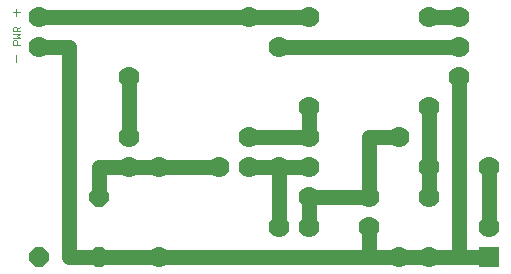
<source format=gbl>
G75*
%MOIN*%
%OFA0B0*%
%FSLAX25Y25*%
%IPPOS*%
%LPD*%
%AMOC8*
5,1,8,0,0,1.08239X$1,22.5*
%
%ADD10C,0.07000*%
%ADD11OC8,0.06496*%
%ADD12R,0.07000X0.07000*%
%ADD13C,0.00300*%
%ADD14C,0.00200*%
%ADD15C,0.05000*%
D10*
X0052260Y0011000D03*
X0092260Y0021000D03*
X0102260Y0021000D03*
X0102260Y0031000D03*
X0102260Y0041000D03*
X0092260Y0041000D03*
X0082260Y0041000D03*
X0072260Y0041000D03*
X0082260Y0051000D03*
X0102260Y0051000D03*
X0102260Y0061000D03*
X0132260Y0051000D03*
X0142260Y0061000D03*
X0152260Y0071000D03*
X0152260Y0081000D03*
X0152260Y0091000D03*
X0142260Y0091000D03*
X0102260Y0091000D03*
X0092260Y0081000D03*
X0082260Y0091000D03*
X0042260Y0071000D03*
X0012260Y0081000D03*
X0012260Y0091000D03*
X0042260Y0051000D03*
X0042260Y0041000D03*
X0052260Y0041000D03*
X0122260Y0031000D03*
X0122260Y0021000D03*
X0132260Y0011000D03*
X0142260Y0011000D03*
X0162260Y0021000D03*
X0142260Y0031000D03*
X0142260Y0041000D03*
X0162260Y0041000D03*
D11*
X0012260Y0011000D03*
X0032260Y0011000D03*
X0032260Y0031000D03*
D12*
X0162260Y0011000D03*
D13*
X0005993Y0092543D02*
X0003524Y0092543D01*
X0004758Y0091308D02*
X0004758Y0093777D01*
X0004758Y0078277D02*
X0004758Y0075808D01*
D14*
X0005126Y0081785D02*
X0005126Y0082886D01*
X0004759Y0083253D01*
X0004025Y0083253D01*
X0003658Y0082886D01*
X0003658Y0081785D01*
X0005860Y0081785D01*
X0005860Y0083995D02*
X0003658Y0083995D01*
X0003658Y0085463D02*
X0005860Y0085463D01*
X0005126Y0084729D01*
X0005860Y0083995D01*
X0005860Y0086205D02*
X0003658Y0086205D01*
X0003658Y0087306D01*
X0004025Y0087673D01*
X0004759Y0087673D01*
X0005126Y0087306D01*
X0005126Y0086205D01*
X0005126Y0086939D02*
X0005860Y0087673D01*
D15*
X0012260Y0091000D02*
X0082260Y0091000D01*
X0102260Y0091000D01*
X0092260Y0081000D02*
X0152260Y0081000D01*
X0152260Y0091000D02*
X0142260Y0091000D01*
X0152260Y0071000D02*
X0152260Y0011000D01*
X0162260Y0011000D01*
X0152260Y0011000D02*
X0142260Y0011000D01*
X0132260Y0011000D01*
X0122260Y0011000D01*
X0122260Y0021000D01*
X0122260Y0031000D02*
X0102260Y0031000D01*
X0102260Y0021000D01*
X0092260Y0021000D02*
X0092260Y0041000D01*
X0102260Y0041000D01*
X0092260Y0041000D02*
X0082260Y0041000D01*
X0072260Y0041000D02*
X0052260Y0041000D01*
X0042260Y0041000D01*
X0032260Y0041000D01*
X0032260Y0031000D01*
X0032260Y0011000D02*
X0022260Y0011000D01*
X0022260Y0081000D01*
X0012260Y0081000D01*
X0042260Y0071000D02*
X0042260Y0051000D01*
X0082260Y0051000D02*
X0102260Y0051000D01*
X0102260Y0061000D01*
X0122260Y0051000D02*
X0122260Y0031000D01*
X0142260Y0031000D02*
X0142260Y0041000D01*
X0142260Y0031000D02*
X0142260Y0061000D01*
X0132260Y0051000D02*
X0122260Y0051000D01*
X0162260Y0041000D02*
X0162260Y0021000D01*
X0122260Y0011000D02*
X0052260Y0011000D01*
X0032260Y0011000D01*
M02*

</source>
